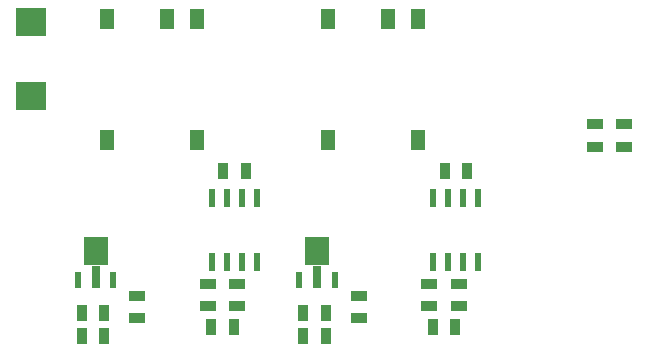
<source format=gbr>
G04 #@! TF.GenerationSoftware,KiCad,Pcbnew,no-vcs-found-7434~57~ubuntu14.04.1*
G04 #@! TF.CreationDate,2017-01-31T00:07:02+01:00*
G04 #@! TF.ProjectId,tentacle-raspi,74656E7461636C652D72617370692E6B,1.0*
G04 #@! TF.FileFunction,Paste,Top*
G04 #@! TF.FilePolarity,Positive*
%FSLAX46Y46*%
G04 Gerber Fmt 4.6, Leading zero omitted, Abs format (unit mm)*
G04 Created by KiCad (PCBNEW no-vcs-found-7434~57~ubuntu14.04.1) date Tue Jan 31 00:07:02 2017*
%MOMM*%
%LPD*%
G01*
G04 APERTURE LIST*
%ADD10C,0.150000*%
%ADD11R,1.200000X1.800000*%
%ADD12R,0.600000X1.550000*%
%ADD13R,1.397000X0.889000*%
%ADD14R,0.889000X1.397000*%
%ADD15R,2.000000X2.450000*%
%ADD16R,0.570000X1.400000*%
%ADD17R,0.650000X1.900000*%
%ADD18R,2.600000X2.370000*%
G04 APERTURE END LIST*
D10*
D11*
X-14940000Y-17100000D03*
X-22560000Y-17100000D03*
X-22560000Y-6900000D03*
X-17480000Y-6900000D03*
X-14940000Y-6900000D03*
X3810000Y-17100000D03*
X-3810000Y-17100000D03*
X-3810000Y-6900000D03*
X1270000Y-6900000D03*
X3810000Y-6900000D03*
D12*
X5095000Y-22050000D03*
X6365000Y-22050000D03*
X7635000Y-22050000D03*
X8905000Y-22050000D03*
X8905000Y-27450000D03*
X7635000Y-27450000D03*
X6365000Y-27450000D03*
X5095000Y-27450000D03*
X-13655000Y-22050000D03*
X-12385000Y-22050000D03*
X-11115000Y-22050000D03*
X-9845000Y-22050000D03*
X-9845000Y-27450000D03*
X-11115000Y-27450000D03*
X-12385000Y-27450000D03*
X-13655000Y-27450000D03*
D13*
X4750000Y-29297500D03*
X4750000Y-31202500D03*
X7250000Y-29297500D03*
X7250000Y-31202500D03*
X-14000000Y-29297500D03*
X-14000000Y-31202500D03*
X-11500000Y-29297500D03*
X-11500000Y-31202500D03*
X21250000Y-15797500D03*
X21250000Y-17702500D03*
X18750000Y-15797500D03*
X18750000Y-17702500D03*
D14*
X7952500Y-19750000D03*
X6047500Y-19750000D03*
X5047500Y-33000000D03*
X6952500Y-33000000D03*
X-5952500Y-31750000D03*
X-4047500Y-31750000D03*
X-5952500Y-33750000D03*
X-4047500Y-33750000D03*
X-10797500Y-19750000D03*
X-12702500Y-19750000D03*
X-13702500Y-33000000D03*
X-11797500Y-33000000D03*
X-24702500Y-31750000D03*
X-22797500Y-31750000D03*
D13*
X-20000000Y-30297500D03*
X-20000000Y-32202500D03*
D14*
X-24702500Y-33750000D03*
X-22797500Y-33750000D03*
D13*
X-1250000Y-30297500D03*
X-1250000Y-32202500D03*
D15*
X-4750000Y-26550000D03*
D16*
X-3250000Y-28975000D03*
D17*
X-4750000Y-28725000D03*
D16*
X-6250000Y-28975000D03*
D15*
X-23500000Y-26550000D03*
D16*
X-22000000Y-28975000D03*
D17*
X-23500000Y-28725000D03*
D16*
X-25000000Y-28975000D03*
D18*
X-29000000Y-13370000D03*
X-29000000Y-7130000D03*
M02*

</source>
